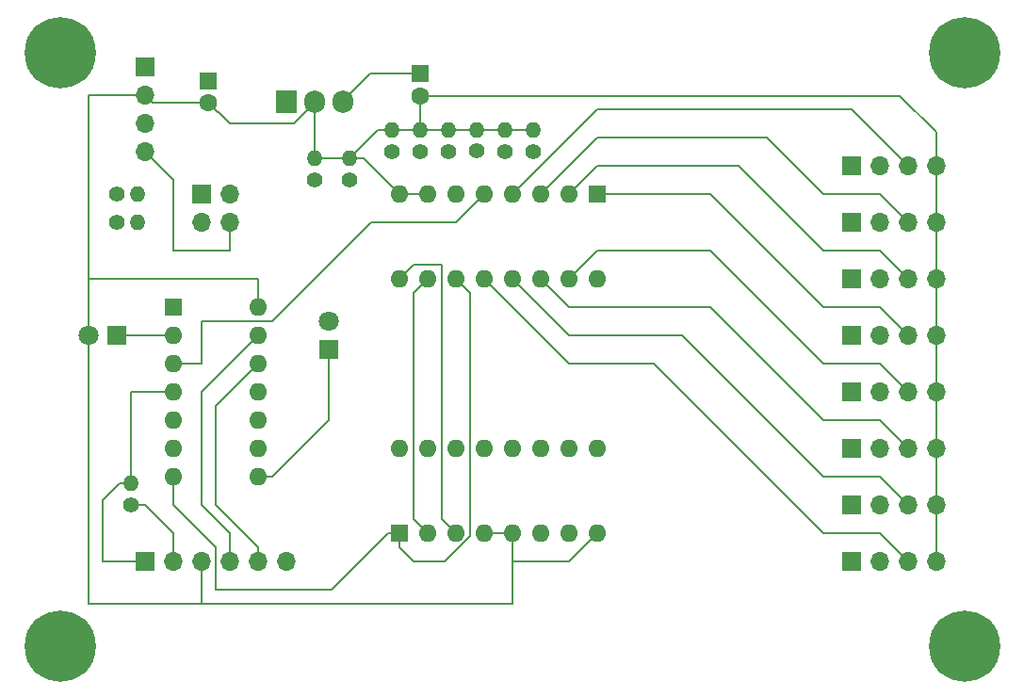
<source format=gbl>
G04 #@! TF.GenerationSoftware,KiCad,Pcbnew,(5.1.0-0)*
G04 #@! TF.CreationDate,2019-04-07T16:06:34-04:00*
G04 #@! TF.ProjectId,SonoctoWide,536f6e6f-6374-46f5-9769-64652e6b6963,rev?*
G04 #@! TF.SameCoordinates,Original*
G04 #@! TF.FileFunction,Copper,L2,Bot*
G04 #@! TF.FilePolarity,Positive*
%FSLAX46Y46*%
G04 Gerber Fmt 4.6, Leading zero omitted, Abs format (unit mm)*
G04 Created by KiCad (PCBNEW (5.1.0-0)) date 2019-04-07 16:06:34*
%MOMM*%
%LPD*%
G04 APERTURE LIST*
%ADD10C,6.400000*%
%ADD11O,1.700000X1.700000*%
%ADD12R,1.700000X1.700000*%
%ADD13O,1.400000X1.400000*%
%ADD14C,1.400000*%
%ADD15O,1.600000X1.600000*%
%ADD16R,1.600000X1.600000*%
%ADD17O,1.905000X2.000000*%
%ADD18R,1.905000X2.000000*%
%ADD19C,1.800000*%
%ADD20R,1.800000X1.800000*%
%ADD21C,1.600000*%
%ADD22C,0.152400*%
G04 APERTURE END LIST*
D10*
X180340000Y-116840000D03*
X99060000Y-116840000D03*
X99060000Y-63500000D03*
X180340000Y-63500000D03*
D11*
X114300000Y-78740000D03*
X111760000Y-78740000D03*
X114300000Y-76200000D03*
D12*
X111760000Y-76200000D03*
D13*
X121920000Y-73030000D03*
D14*
X121920000Y-74930000D03*
D13*
X125095000Y-73030000D03*
D14*
X125095000Y-74930000D03*
D13*
X128905000Y-70490000D03*
D14*
X128905000Y-72390000D03*
D13*
X131445000Y-70490000D03*
D14*
X131445000Y-72390000D03*
D13*
X141605000Y-70490000D03*
D14*
X141605000Y-72390000D03*
D13*
X139065000Y-70490000D03*
D14*
X139065000Y-72390000D03*
D13*
X136525000Y-70485000D03*
D14*
X136525000Y-72385000D03*
D13*
X133985000Y-70490000D03*
D14*
X133985000Y-72390000D03*
D13*
X105410000Y-102240000D03*
D14*
X105410000Y-104140000D03*
D13*
X106040000Y-76200000D03*
D14*
X104140000Y-76200000D03*
D13*
X106040000Y-78740000D03*
D14*
X104140000Y-78740000D03*
D15*
X129540000Y-99060000D03*
X147320000Y-106680000D03*
X132080000Y-99060000D03*
X144780000Y-106680000D03*
X134620000Y-99060000D03*
X142240000Y-106680000D03*
X137160000Y-99060000D03*
X139700000Y-106680000D03*
X139700000Y-99060000D03*
X137160000Y-106680000D03*
X142240000Y-99060000D03*
X134620000Y-106680000D03*
X144780000Y-99060000D03*
X132080000Y-106680000D03*
X147320000Y-99060000D03*
D16*
X129540000Y-106680000D03*
D15*
X147320000Y-83820000D03*
X129540000Y-76200000D03*
X144780000Y-83820000D03*
X132080000Y-76200000D03*
X142240000Y-83820000D03*
X134620000Y-76200000D03*
X139700000Y-83820000D03*
X137160000Y-76200000D03*
X137160000Y-83820000D03*
X139700000Y-76200000D03*
X134620000Y-83820000D03*
X142240000Y-76200000D03*
X132080000Y-83820000D03*
X144780000Y-76200000D03*
X129540000Y-83820000D03*
D16*
X147320000Y-76200000D03*
D15*
X116840000Y-86360000D03*
X109220000Y-101600000D03*
X116840000Y-88900000D03*
X109220000Y-99060000D03*
X116840000Y-91440000D03*
X109220000Y-96520000D03*
X116840000Y-93980000D03*
X109220000Y-93980000D03*
X116840000Y-96520000D03*
X109220000Y-91440000D03*
X116840000Y-99060000D03*
X109220000Y-88900000D03*
X116840000Y-101600000D03*
D16*
X109220000Y-86360000D03*
D17*
X124460000Y-67945000D03*
X121920000Y-67945000D03*
D18*
X119380000Y-67945000D03*
D11*
X119380000Y-109220000D03*
X116840000Y-109220000D03*
X114300000Y-109220000D03*
X111760000Y-109220000D03*
X109220000Y-109220000D03*
D12*
X106680000Y-109220000D03*
D11*
X177800000Y-109220000D03*
X175260000Y-109220000D03*
X172720000Y-109220000D03*
D12*
X170180000Y-109220000D03*
D11*
X177800000Y-104140000D03*
X175260000Y-104140000D03*
X172720000Y-104140000D03*
D12*
X170180000Y-104140000D03*
D11*
X177800000Y-99060000D03*
X175260000Y-99060000D03*
X172720000Y-99060000D03*
D12*
X170180000Y-99060000D03*
D11*
X177800000Y-93980000D03*
X175260000Y-93980000D03*
X172720000Y-93980000D03*
D12*
X170180000Y-93980000D03*
D11*
X177800000Y-88900000D03*
X175260000Y-88900000D03*
X172720000Y-88900000D03*
D12*
X170180000Y-88900000D03*
D11*
X177800000Y-83820000D03*
X175260000Y-83820000D03*
X172720000Y-83820000D03*
D12*
X170180000Y-83820000D03*
D11*
X177800000Y-78740000D03*
X175260000Y-78740000D03*
X172720000Y-78740000D03*
D12*
X170180000Y-78740000D03*
D11*
X177800000Y-73660000D03*
X175260000Y-73660000D03*
X172720000Y-73660000D03*
D12*
X170180000Y-73660000D03*
D11*
X106680000Y-72390000D03*
X106680000Y-69850000D03*
X106680000Y-67310000D03*
D12*
X106680000Y-64770000D03*
D19*
X101600000Y-88900000D03*
D20*
X104140000Y-88900000D03*
D19*
X123190000Y-87630000D03*
D20*
X123190000Y-90170000D03*
D21*
X131445000Y-67405000D03*
D16*
X131445000Y-65405000D03*
D21*
X112395000Y-68040000D03*
D16*
X112395000Y-66040000D03*
D22*
X177800000Y-73660000D02*
X177800000Y-78740000D01*
X177800000Y-83820000D02*
X177800000Y-78740000D01*
X177800000Y-83820000D02*
X177800000Y-88900000D01*
X177800000Y-88900000D02*
X177800000Y-93980000D01*
X177800000Y-93980000D02*
X177800000Y-99060000D01*
X177800000Y-99060000D02*
X177800000Y-104140000D01*
X177800000Y-104140000D02*
X177800000Y-109220000D01*
X177800000Y-73660000D02*
X177800000Y-71120000D01*
X147320000Y-106680000D02*
X144780000Y-109220000D01*
X144780000Y-109220000D02*
X139700000Y-109220000D01*
X139700000Y-109220000D02*
X139700000Y-106680000D01*
X137160000Y-106680000D02*
X139700000Y-106680000D01*
X111760000Y-109220000D02*
X111760000Y-113030000D01*
X111760000Y-113030000D02*
X139700000Y-113030000D01*
X139700000Y-113030000D02*
X139700000Y-109220000D01*
X116840000Y-86360000D02*
X116840000Y-83820000D01*
X141605000Y-70490000D02*
X139065000Y-70490000D01*
X136530000Y-70490000D02*
X136525000Y-70485000D01*
X139065000Y-70490000D02*
X136530000Y-70490000D01*
X133990000Y-70485000D02*
X133985000Y-70490000D01*
X136525000Y-70485000D02*
X133990000Y-70485000D01*
X133985000Y-70490000D02*
X131445000Y-70490000D01*
X131445000Y-70490000D02*
X128905000Y-70490000D01*
X132080000Y-76200000D02*
X129540000Y-76200000D01*
X121920000Y-73030000D02*
X125095000Y-73030000D01*
X126370000Y-73030000D02*
X129540000Y-76200000D01*
X125095000Y-73030000D02*
X126370000Y-73030000D01*
X127635000Y-70490000D02*
X125095000Y-73030000D01*
X128905000Y-70490000D02*
X127635000Y-70490000D01*
X101600000Y-113030000D02*
X101600000Y-88900000D01*
X111760000Y-113030000D02*
X101600000Y-113030000D01*
X116840000Y-83820000D02*
X101600000Y-83820000D01*
X101600000Y-83820000D02*
X101600000Y-88900000D01*
X101600000Y-83820000D02*
X101600000Y-67310000D01*
X101600000Y-67310000D02*
X106680000Y-67310000D01*
X131445000Y-67405000D02*
X131445000Y-70490000D01*
X121920000Y-67945000D02*
X121920000Y-73030000D01*
X113194999Y-68839999D02*
X113289999Y-68839999D01*
X112395000Y-68040000D02*
X113194999Y-68839999D01*
X113289999Y-68839999D02*
X114300000Y-69850000D01*
X121920000Y-67992500D02*
X121920000Y-67945000D01*
X120062500Y-69850000D02*
X121920000Y-67992500D01*
X114300000Y-69850000D02*
X120062500Y-69850000D01*
X107410000Y-68040000D02*
X106680000Y-67310000D01*
X112395000Y-68040000D02*
X107410000Y-68040000D01*
X131445000Y-67405000D02*
X174530000Y-67405000D01*
X177800000Y-70675000D02*
X177800000Y-71120000D01*
X174530000Y-67405000D02*
X177800000Y-70675000D01*
X105410000Y-104140000D02*
X106680000Y-104140000D01*
X106680000Y-104140000D02*
X109220000Y-106680000D01*
X109220000Y-106680000D02*
X109220000Y-109220000D01*
X124460000Y-67897500D02*
X126952500Y-65405000D01*
X124460000Y-67945000D02*
X124460000Y-67897500D01*
X126952500Y-65405000D02*
X131445000Y-65405000D01*
X116840000Y-101600000D02*
X118110000Y-101600000D01*
X123190000Y-96520000D02*
X123190000Y-90170000D01*
X118110000Y-101600000D02*
X123190000Y-96520000D01*
X109220000Y-88900000D02*
X104140000Y-88900000D01*
X106680000Y-72390000D02*
X109220000Y-74930000D01*
X109220000Y-74930000D02*
X109220000Y-81280000D01*
X109220000Y-81280000D02*
X114300000Y-81280000D01*
X114300000Y-81280000D02*
X114300000Y-78740000D01*
X175260000Y-73660000D02*
X172720000Y-71120000D01*
X144780000Y-71120000D02*
X139700000Y-76200000D01*
X172720000Y-71120000D02*
X170180000Y-68580000D01*
X170180000Y-68580000D02*
X147320000Y-68580000D01*
X147320000Y-68580000D02*
X144780000Y-71120000D01*
X172720000Y-76200000D02*
X175260000Y-78740000D01*
X167640000Y-76200000D02*
X172720000Y-76200000D01*
X162560000Y-71120000D02*
X167640000Y-76200000D01*
X147320000Y-71120000D02*
X162560000Y-71120000D01*
X142240000Y-76200000D02*
X147320000Y-71120000D01*
X175260000Y-83820000D02*
X172720000Y-81280000D01*
X172720000Y-81280000D02*
X167640000Y-81280000D01*
X167640000Y-81280000D02*
X160020000Y-73660000D01*
X160020000Y-73660000D02*
X147320000Y-73660000D01*
X147320000Y-73660000D02*
X144780000Y-76200000D01*
X167640000Y-86360000D02*
X157480000Y-76200000D01*
X172720000Y-86360000D02*
X167640000Y-86360000D01*
X157480000Y-76200000D02*
X147320000Y-76200000D01*
X175260000Y-88900000D02*
X172720000Y-86360000D01*
X175260000Y-93980000D02*
X172720000Y-91440000D01*
X172720000Y-91440000D02*
X167640000Y-91440000D01*
X167640000Y-91440000D02*
X157480000Y-81280000D01*
X147320000Y-81280000D02*
X144780000Y-83820000D01*
X157480000Y-81280000D02*
X147320000Y-81280000D01*
X175260000Y-99060000D02*
X172720000Y-96520000D01*
X172720000Y-96520000D02*
X167640000Y-96520000D01*
X167640000Y-96520000D02*
X157480000Y-86360000D01*
X157480000Y-86360000D02*
X144780000Y-86360000D01*
X144780000Y-86360000D02*
X142240000Y-83820000D01*
X175260000Y-104140000D02*
X172720000Y-101600000D01*
X172720000Y-101600000D02*
X167640000Y-101600000D01*
X167640000Y-101600000D02*
X154940000Y-88900000D01*
X154940000Y-88900000D02*
X144780000Y-88900000D01*
X139700000Y-83820000D02*
X144780000Y-88900000D01*
X144780000Y-91440000D02*
X137160000Y-83820000D01*
X152400000Y-91440000D02*
X144780000Y-91440000D01*
X167640000Y-106680000D02*
X152400000Y-91440000D01*
X172720000Y-106680000D02*
X167640000Y-106680000D01*
X175260000Y-109220000D02*
X172720000Y-106680000D01*
X116840000Y-91440000D02*
X113030000Y-95250000D01*
X113030000Y-95250000D02*
X113030000Y-104140000D01*
X113030000Y-104140000D02*
X116840000Y-107950000D01*
X116840000Y-107950000D02*
X116840000Y-109220000D01*
X116840000Y-88900000D02*
X114300000Y-91440000D01*
X114300000Y-91440000D02*
X113030000Y-92710000D01*
X114300000Y-109220000D02*
X114300000Y-106680000D01*
X114300000Y-106680000D02*
X111760000Y-104140000D01*
X111760000Y-104140000D02*
X111760000Y-93980000D01*
X111760000Y-93980000D02*
X113030000Y-92710000D01*
X109220000Y-93980000D02*
X105410000Y-93980000D01*
X105410000Y-93980000D02*
X105410000Y-102240000D01*
X104420051Y-102240000D02*
X102870000Y-103790051D01*
X105410000Y-102240000D02*
X104420051Y-102240000D01*
X102870000Y-103790051D02*
X102870000Y-109220000D01*
X102870000Y-109220000D02*
X106680000Y-109220000D01*
X129540000Y-107950000D02*
X130810000Y-109220000D01*
X133602330Y-109220000D02*
X135890000Y-106932330D01*
X130810000Y-109220000D02*
X133602330Y-109220000D01*
X135890000Y-85090000D02*
X134620000Y-83820000D01*
X135890000Y-106932330D02*
X135890000Y-85090000D01*
X129540000Y-106680000D02*
X129540000Y-107950000D01*
X109220000Y-104140000D02*
X109220000Y-101600000D01*
X113030000Y-111760000D02*
X113030000Y-107950000D01*
X128587600Y-106680000D02*
X123507600Y-111760000D01*
X129540000Y-106680000D02*
X128587600Y-106680000D01*
X113030000Y-107950000D02*
X109220000Y-104140000D01*
X123507600Y-111760000D02*
X113030000Y-111760000D01*
X130810000Y-105410000D02*
X132080000Y-106680000D01*
X130810000Y-85090000D02*
X130810000Y-105410000D01*
X132080000Y-83820000D02*
X130810000Y-85090000D01*
X129540000Y-83820000D02*
X130810000Y-82550000D01*
X130810000Y-82550000D02*
X133350000Y-82550000D01*
X133350000Y-105410000D02*
X134620000Y-106680000D01*
X133350000Y-82550000D02*
X133350000Y-105410000D01*
X118110000Y-87630000D02*
X111760000Y-87630000D01*
X127000000Y-78740000D02*
X118110000Y-87630000D01*
X134620000Y-78740000D02*
X127000000Y-78740000D01*
X111760000Y-91440000D02*
X109220000Y-91440000D01*
X111760000Y-87630000D02*
X111760000Y-91440000D01*
X137160000Y-76200000D02*
X134620000Y-78740000D01*
M02*

</source>
